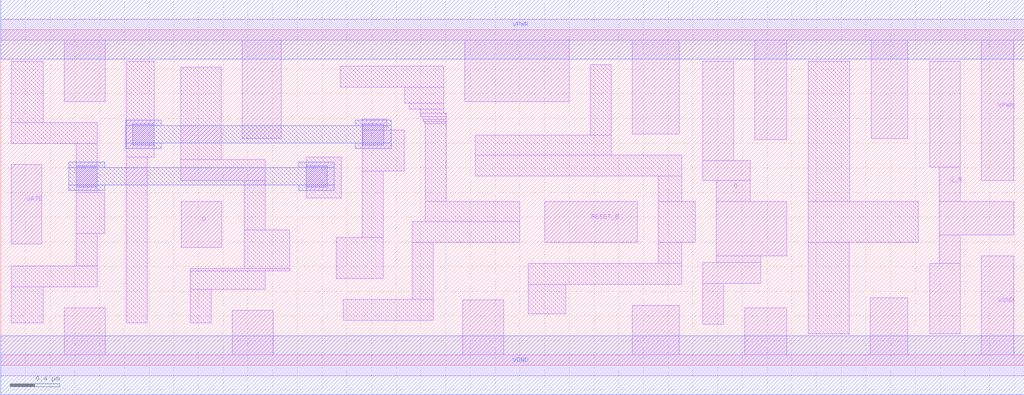
<source format=lef>
# Copyright 2020 The SkyWater PDK Authors
#
# Licensed under the Apache License, Version 2.0 (the "License");
# you may not use this file except in compliance with the License.
# You may obtain a copy of the License at
#
#     https://www.apache.org/licenses/LICENSE-2.0
#
# Unless required by applicable law or agreed to in writing, software
# distributed under the License is distributed on an "AS IS" BASIS,
# WITHOUT WARRANTIES OR CONDITIONS OF ANY KIND, either express or implied.
# See the License for the specific language governing permissions and
# limitations under the License.
#
# SPDX-License-Identifier: Apache-2.0

VERSION 5.5 ;
NAMESCASESENSITIVE ON ;
BUSBITCHARS "[]" ;
DIVIDERCHAR "/" ;
MACRO sky130_fd_sc_hd__dlrbp_2
  CLASS CORE ;
  SOURCE USER ;
  ORIGIN  0.000000  0.000000 ;
  SIZE  8.280000 BY  2.720000 ;
  SYMMETRY X Y R90 ;
  SITE unithd ;
  PIN D
    ANTENNAGATEAREA  0.159000 ;
    DIRECTION INPUT ;
    USE SIGNAL ;
    PORT
      LAYER li1 ;
        RECT 1.460000 0.955000 1.790000 1.325000 ;
    END
  END D
  PIN Q
    ANTENNADIFFAREA  0.478500 ;
    DIRECTION OUTPUT ;
    USE SIGNAL ;
    PORT
      LAYER li1 ;
        RECT 5.680000 0.330000 5.850000 0.665000 ;
        RECT 5.680000 0.665000 6.150000 0.835000 ;
        RECT 5.680000 1.495000 6.065000 1.660000 ;
        RECT 5.680000 1.660000 5.930000 2.465000 ;
        RECT 5.790000 0.835000 6.150000 0.885000 ;
        RECT 5.790000 0.885000 6.360000 1.325000 ;
        RECT 5.790000 1.325000 6.065000 1.495000 ;
    END
  END Q
  PIN Q_N
    ANTENNADIFFAREA  0.445500 ;
    DIRECTION OUTPUT ;
    USE SIGNAL ;
    PORT
      LAYER li1 ;
        RECT 7.515000 0.255000 7.765000 0.825000 ;
        RECT 7.515000 1.605000 7.765000 2.465000 ;
        RECT 7.595000 0.825000 7.765000 1.055000 ;
        RECT 7.595000 1.055000 8.195000 1.325000 ;
        RECT 7.595000 1.325000 7.765000 1.605000 ;
    END
  END Q_N
  PIN RESET_B
    ANTENNAGATEAREA  0.247500 ;
    DIRECTION INPUT ;
    USE SIGNAL ;
    PORT
      LAYER li1 ;
        RECT 4.400000 0.995000 5.150000 1.325000 ;
    END
  END RESET_B
  PIN GATE
    ANTENNAGATEAREA  0.159000 ;
    DIRECTION INPUT ;
    USE CLOCK ;
    PORT
      LAYER li1 ;
        RECT 0.085000 0.985000 0.330000 1.625000 ;
    END
  END GATE
  PIN VGND
    DIRECTION INOUT ;
    SHAPE ABUTMENT ;
    USE GROUND ;
    PORT
      LAYER li1 ;
        RECT 0.000000 -0.085000 8.280000 0.085000 ;
        RECT 0.515000  0.085000 0.845000 0.465000 ;
        RECT 1.875000  0.085000 2.205000 0.445000 ;
        RECT 3.740000  0.085000 4.070000 0.530000 ;
        RECT 5.110000  0.085000 5.490000 0.485000 ;
        RECT 6.020000  0.085000 6.360000 0.465000 ;
        RECT 7.035000  0.085000 7.340000 0.545000 ;
        RECT 7.935000  0.085000 8.195000 0.885000 ;
    END
    PORT
      LAYER met1 ;
        RECT 0.000000 -0.240000 8.280000 0.240000 ;
    END
  END VGND
  PIN VPWR
    DIRECTION INOUT ;
    SHAPE ABUTMENT ;
    USE POWER ;
    PORT
      LAYER li1 ;
        RECT 0.000000 2.635000 8.280000 2.805000 ;
        RECT 0.515000 2.135000 0.845000 2.635000 ;
        RECT 1.955000 1.835000 2.270000 2.635000 ;
        RECT 3.755000 2.135000 4.600000 2.635000 ;
        RECT 5.110000 1.875000 5.490000 2.635000 ;
        RECT 6.100000 1.830000 6.360000 2.635000 ;
        RECT 7.045000 1.835000 7.340000 2.635000 ;
        RECT 7.935000 1.495000 8.195000 2.635000 ;
    END
    PORT
      LAYER met1 ;
        RECT 0.000000 2.480000 8.280000 2.960000 ;
    END
  END VPWR
  OBS
    LAYER li1 ;
      RECT 0.085000 0.345000 0.345000 0.635000 ;
      RECT 0.085000 0.635000 0.780000 0.805000 ;
      RECT 0.085000 1.795000 0.780000 1.965000 ;
      RECT 0.085000 1.965000 0.345000 2.465000 ;
      RECT 0.610000 0.805000 0.780000 1.070000 ;
      RECT 0.610000 1.070000 0.840000 1.400000 ;
      RECT 0.610000 1.400000 0.780000 1.795000 ;
      RECT 1.015000 0.345000 1.185000 1.685000 ;
      RECT 1.015000 1.685000 1.240000 2.465000 ;
      RECT 1.455000 1.495000 2.140000 1.665000 ;
      RECT 1.455000 1.665000 1.785000 2.415000 ;
      RECT 1.535000 0.345000 1.705000 0.615000 ;
      RECT 1.535000 0.615000 2.140000 0.765000 ;
      RECT 1.535000 0.765000 2.340000 0.785000 ;
      RECT 1.970000 0.785000 2.340000 1.095000 ;
      RECT 1.970000 1.095000 2.140000 1.495000 ;
      RECT 2.470000 1.355000 2.755000 1.685000 ;
      RECT 2.715000 0.705000 3.095000 1.035000 ;
      RECT 2.745000 2.255000 3.585000 2.425000 ;
      RECT 2.770000 0.365000 3.500000 0.535000 ;
      RECT 2.925000 1.035000 3.095000 1.575000 ;
      RECT 2.925000 1.575000 3.265000 1.905000 ;
      RECT 2.925000 1.905000 3.125000 1.995000 ;
      RECT 3.270000 2.125000 3.585000 2.255000 ;
      RECT 3.305000 2.075000 3.585000 2.125000 ;
      RECT 3.330000 0.535000 3.500000 0.995000 ;
      RECT 3.330000 0.995000 4.200000 1.165000 ;
      RECT 3.395000 2.015000 3.605000 2.045000 ;
      RECT 3.395000 2.045000 3.585000 2.075000 ;
      RECT 3.415000 1.990000 3.605000 2.015000 ;
      RECT 3.420000 1.975000 3.605000 1.990000 ;
      RECT 3.430000 1.960000 3.605000 1.975000 ;
      RECT 3.435000 1.165000 4.200000 1.325000 ;
      RECT 3.435000 1.325000 3.605000 1.960000 ;
      RECT 3.840000 1.535000 5.510000 1.705000 ;
      RECT 3.840000 1.705000 4.940000 1.865000 ;
      RECT 4.270000 0.415000 4.570000 0.655000 ;
      RECT 4.270000 0.655000 5.510000 0.825000 ;
      RECT 4.770000 1.865000 4.940000 2.435000 ;
      RECT 5.320000 0.825000 5.510000 0.995000 ;
      RECT 5.320000 0.995000 5.620000 1.325000 ;
      RECT 5.320000 1.325000 5.510000 1.535000 ;
      RECT 6.535000 0.255000 6.865000 0.995000 ;
      RECT 6.535000 0.995000 7.425000 1.325000 ;
      RECT 6.535000 1.325000 6.870000 2.465000 ;
    LAYER mcon ;
      RECT 0.610000 1.445000 0.780000 1.615000 ;
      RECT 1.070000 1.785000 1.240000 1.955000 ;
      RECT 2.470000 1.445000 2.640000 1.615000 ;
      RECT 2.930000 1.785000 3.100000 1.955000 ;
    LAYER met1 ;
      RECT 0.550000 1.415000 0.840000 1.460000 ;
      RECT 0.550000 1.460000 2.700000 1.600000 ;
      RECT 0.550000 1.600000 0.840000 1.645000 ;
      RECT 1.010000 1.755000 1.300000 1.800000 ;
      RECT 1.010000 1.800000 3.160000 1.940000 ;
      RECT 1.010000 1.940000 1.300000 1.985000 ;
      RECT 2.410000 1.415000 2.700000 1.460000 ;
      RECT 2.410000 1.600000 2.700000 1.645000 ;
      RECT 2.870000 1.755000 3.160000 1.800000 ;
      RECT 2.870000 1.940000 3.160000 1.985000 ;
  END
END sky130_fd_sc_hd__dlrbp_2
END LIBRARY

</source>
